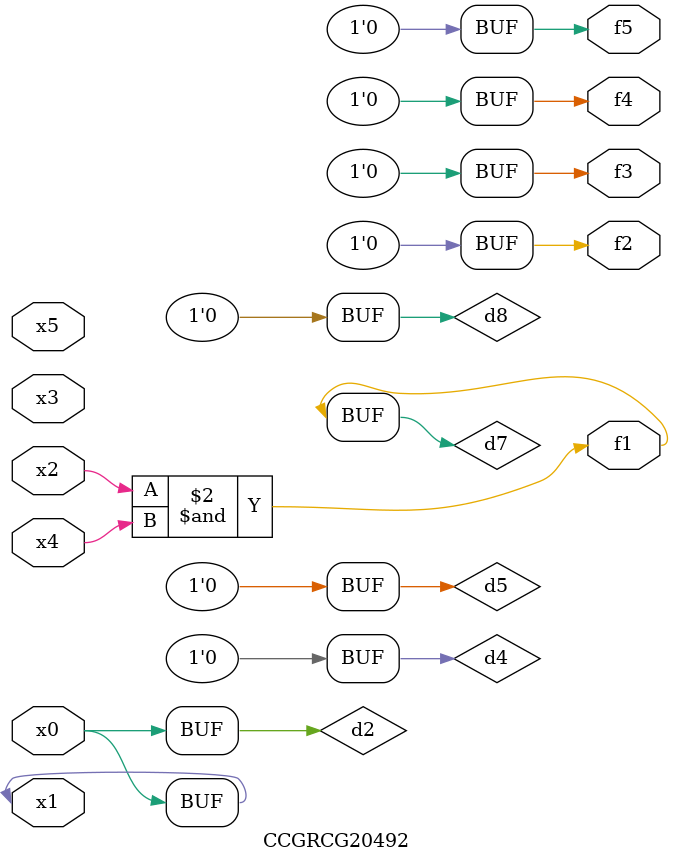
<source format=v>
module CCGRCG20492(
	input x0, x1, x2, x3, x4, x5,
	output f1, f2, f3, f4, f5
);

	wire d1, d2, d3, d4, d5, d6, d7, d8, d9;

	nand (d1, x1);
	buf (d2, x0, x1);
	nand (d3, x2, x4);
	and (d4, d1, d2);
	and (d5, d1, d2);
	nand (d6, d1, d3);
	not (d7, d3);
	xor (d8, d5);
	nor (d9, d5, d6);
	assign f1 = d7;
	assign f2 = d8;
	assign f3 = d8;
	assign f4 = d8;
	assign f5 = d8;
endmodule

</source>
